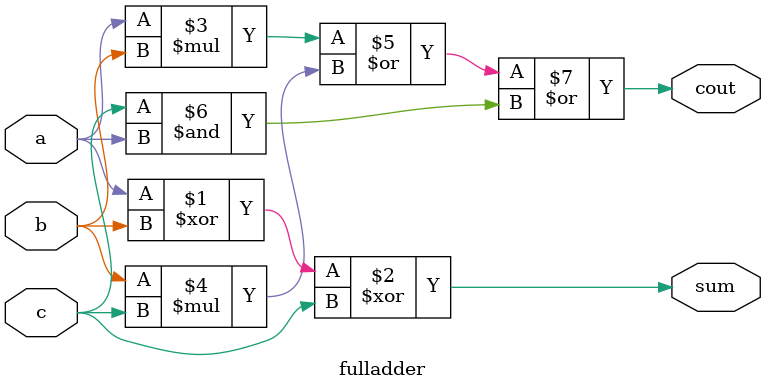
<source format=v>
module top_module (
    input [3:0] x,
    input [3:0] y, 
    output [4:0] sum);
    wire c1,c2,c3;
       
    fulladder fa0( .a(x[0]), .b(y[0]),.sum(sum[0]),.cout(c1));
    fulladder fa1( .a(x[1]), .b(y[1]),.c(c1),.sum(sum[1]),.cout(c2));
    fulladder fa2( .a(x[2]), .b(y[2]),.c(c2),.sum(sum[2]),.cout(c3));
    fulladder fa3( .a(x[3]), .b(y[3]),.c(c3),.sum(sum[3]),.cout(sum[4]));
    
    
endmodule

module fulladder(input a,input b,input c, output sum, output cout);
    assign sum=a^b^c;
    assign cout=a*b|b*c|c&a;
endmodule

</source>
